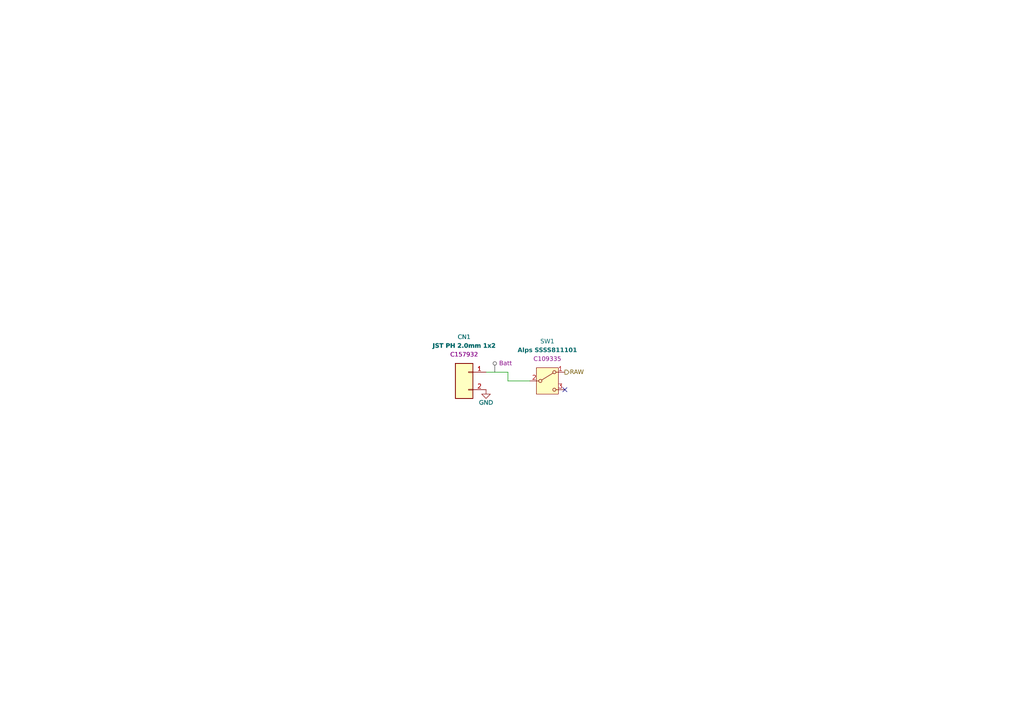
<source format=kicad_sch>
(kicad_sch
	(version 20231120)
	(generator "eeschema")
	(generator_version "8.0")
	(uuid "dec4b033-2a0c-4539-8f7e-1e350f9e43db")
	(paper "A4")
	(title_block
		(title "Artsey Ergo")
		(date "2024-12-07")
		(rev "v1.0.0")
		(company "TMShader")
		(comment 9 "Artsey Ergo")
	)
	(lib_symbols
		(symbol "Artsey_Ergo:Conn_01x02"
			(pin_names
				(offset 1.016) hide)
			(exclude_from_sim no)
			(in_bom yes)
			(on_board yes)
			(property "Reference" "CN1"
				(at 0 12.7 0)
				(effects
					(font
						(face "Lexend")
						(size 1.27 1.27)
					)
				)
			)
			(property "Value" "JST PH 2.0mm 1x2"
				(at 0 10.16 0)
				(effects
					(font
						(face "Lexend")
						(size 1.27 1.27)
						(thickness 0.254)
						(bold yes)
					)
				)
			)
			(property "Footprint" "Artsey_Ergo:battery_connector_jst_ph_2"
				(at 0 0 0)
				(effects
					(font
						(size 1.27 1.27)
					)
					(hide yes)
				)
			)
			(property "Datasheet" "~"
				(at 0 0 0)
				(effects
					(font
						(size 1.27 1.27)
					)
					(hide yes)
				)
			)
			(property "Description" "1x2P 2P PH Tin 2 -25℃~+85℃ 2A 1 2mm Brass Bend-in Push-Pull,P=2mm Wire To Board Connector ROHS "
				(at 0 0 0)
				(effects
					(font
						(size 1.27 1.27)
					)
					(hide yes)
				)
			)
			(property "LCSC" "C157932"
				(at 0 7.62 0)
				(effects
					(font
						(face "Lexend")
						(size 1.27 1.27)
					)
				)
			)
			(property "ki_keywords" "connector"
				(at 0 0 0)
				(effects
					(font
						(size 1.27 1.27)
					)
					(hide yes)
				)
			)
			(property "ki_fp_filters" "Connector*:*_1x??_*"
				(at 0 0 0)
				(effects
					(font
						(size 1.27 1.27)
					)
					(hide yes)
				)
			)
			(symbol "Conn_01x02_1_1"
				(rectangle
					(start -2.54 5.08)
					(end 2.54 -5.08)
					(stroke
						(width 0.254)
						(type default)
					)
					(fill
						(type background)
					)
				)
				(rectangle
					(start 2.54 -2.413)
					(end 1.27 -2.667)
					(stroke
						(width 0.1524)
						(type default)
					)
					(fill
						(type none)
					)
				)
				(rectangle
					(start 2.54 2.667)
					(end 1.27 2.413)
					(stroke
						(width 0.1524)
						(type default)
					)
					(fill
						(type none)
					)
				)
				(pin passive line
					(at 6.35 2.54 180)
					(length 3.81)
					(name "Pin_1"
						(effects
							(font
								(size 1.27 1.27)
							)
						)
					)
					(number "1"
						(effects
							(font
								(size 1.27 1.27)
							)
						)
					)
				)
				(pin free line
					(at 0 2.54 0)
					(length 3.81) hide
					(name ""
						(effects
							(font
								(size 1.27 1.27)
							)
						)
					)
					(number "11"
						(effects
							(font
								(size 1.27 1.27)
							)
						)
					)
				)
				(pin free line
					(at 0 -2.54 0)
					(length 3.81) hide
					(name ""
						(effects
							(font
								(size 1.27 1.27)
							)
						)
					)
					(number "12"
						(effects
							(font
								(size 1.27 1.27)
							)
						)
					)
				)
				(pin passive line
					(at 6.35 -2.54 180)
					(length 3.81)
					(name "Pin_2"
						(effects
							(font
								(size 1.27 1.27)
							)
						)
					)
					(number "2"
						(effects
							(font
								(size 1.27 1.27)
							)
						)
					)
				)
			)
		)
		(symbol "Artsey_Ergo:SW_SPDT"
			(pin_names
				(offset 0) hide)
			(exclude_from_sim no)
			(in_bom yes)
			(on_board yes)
			(property "Reference" "SW"
				(at 0 5.08 0)
				(effects
					(font
						(size 1.27 1.27)
					)
				)
			)
			(property "Value" "SW_SPDT"
				(at 0 -5.08 0)
				(effects
					(font
						(size 1.27 1.27)
					)
				)
			)
			(property "Footprint" ""
				(at 0 0 0)
				(effects
					(font
						(size 1.27 1.27)
					)
					(hide yes)
				)
			)
			(property "Datasheet" "~"
				(at 0 -7.62 0)
				(effects
					(font
						(size 1.27 1.27)
					)
					(hide yes)
				)
			)
			(property "Description" "Switch, single pole double throw"
				(at 0 0 0)
				(effects
					(font
						(size 1.27 1.27)
					)
					(hide yes)
				)
			)
			(property "ki_keywords" "switch single-pole double-throw spdt ON-ON"
				(at 0 0 0)
				(effects
					(font
						(size 1.27 1.27)
					)
					(hide yes)
				)
			)
			(symbol "SW_SPDT_0_1"
				(circle
					(center -2.032 0)
					(radius 0.4572)
					(stroke
						(width 0)
						(type default)
					)
					(fill
						(type none)
					)
				)
				(polyline
					(pts
						(xy -1.651 0.254) (xy 1.651 2.286)
					)
					(stroke
						(width 0)
						(type default)
					)
					(fill
						(type none)
					)
				)
				(circle
					(center 2.032 -2.54)
					(radius 0.4572)
					(stroke
						(width 0)
						(type default)
					)
					(fill
						(type none)
					)
				)
				(circle
					(center 2.032 2.54)
					(radius 0.4572)
					(stroke
						(width 0)
						(type default)
					)
					(fill
						(type none)
					)
				)
			)
			(symbol "SW_SPDT_1_1"
				(rectangle
					(start -3.175 3.81)
					(end 3.175 -3.81)
					(stroke
						(width 0)
						(type default)
					)
					(fill
						(type background)
					)
				)
				(pin passive line
					(at 5.08 2.54 180)
					(length 2.54)
					(name "A"
						(effects
							(font
								(size 1.27 1.27)
							)
						)
					)
					(number "1"
						(effects
							(font
								(size 1.27 1.27)
							)
						)
					)
				)
				(pin passive line
					(at -5.08 0 0)
					(length 2.54)
					(name "B"
						(effects
							(font
								(size 1.27 1.27)
							)
						)
					)
					(number "2"
						(effects
							(font
								(size 1.27 1.27)
							)
						)
					)
				)
				(pin passive line
					(at 5.08 -2.54 180)
					(length 2.54)
					(name "C"
						(effects
							(font
								(size 1.27 1.27)
							)
						)
					)
					(number "3"
						(effects
							(font
								(size 1.27 1.27)
							)
						)
					)
				)
			)
		)
		(symbol "power:GND"
			(power)
			(pin_numbers hide)
			(pin_names
				(offset 0) hide)
			(exclude_from_sim no)
			(in_bom yes)
			(on_board yes)
			(property "Reference" "#PWR"
				(at 0 -6.35 0)
				(effects
					(font
						(size 1.27 1.27)
					)
					(hide yes)
				)
			)
			(property "Value" "GND"
				(at 0 -3.81 0)
				(effects
					(font
						(size 1.27 1.27)
					)
				)
			)
			(property "Footprint" ""
				(at 0 0 0)
				(effects
					(font
						(size 1.27 1.27)
					)
					(hide yes)
				)
			)
			(property "Datasheet" ""
				(at 0 0 0)
				(effects
					(font
						(size 1.27 1.27)
					)
					(hide yes)
				)
			)
			(property "Description" "Power symbol creates a global label with name \"GND\" , ground"
				(at 0 0 0)
				(effects
					(font
						(size 1.27 1.27)
					)
					(hide yes)
				)
			)
			(property "ki_keywords" "global power"
				(at 0 0 0)
				(effects
					(font
						(size 1.27 1.27)
					)
					(hide yes)
				)
			)
			(symbol "GND_0_1"
				(polyline
					(pts
						(xy 0 0) (xy 0 -1.27) (xy 1.27 -1.27) (xy 0 -2.54) (xy -1.27 -1.27) (xy 0 -1.27)
					)
					(stroke
						(width 0)
						(type default)
					)
					(fill
						(type none)
					)
				)
			)
			(symbol "GND_1_1"
				(pin power_in line
					(at 0 0 270)
					(length 0)
					(name "~"
						(effects
							(font
								(size 1.27 1.27)
							)
						)
					)
					(number "1"
						(effects
							(font
								(size 1.27 1.27)
							)
						)
					)
				)
			)
		)
	)
	(no_connect
		(at 163.83 113.03)
		(uuid "a4fed1de-8522-4cc5-8a8b-6de135401de3")
	)
	(wire
		(pts
			(xy 153.67 110.49) (xy 147.32 110.49)
		)
		(stroke
			(width 0)
			(type default)
		)
		(uuid "29a51740-757f-4ddc-b065-fa015a564ec5")
	)
	(wire
		(pts
			(xy 147.32 110.49) (xy 147.32 107.95)
		)
		(stroke
			(width 0)
			(type default)
		)
		(uuid "52aaa29d-9fa1-4b40-b8ad-adbc3ebfca4c")
	)
	(wire
		(pts
			(xy 147.32 107.95) (xy 140.97 107.95)
		)
		(stroke
			(width 0)
			(type default)
		)
		(uuid "c08ee001-7ac3-4a7c-a7a6-a9d53101b41d")
	)
	(text "${SHEETNAME}\n"
		(exclude_from_sim no)
		(at 19.05 25.4 0)
		(effects
			(font
				(face "Lexend")
				(size 8 8)
				(thickness 1.6256)
				(bold yes)
			)
			(justify left top)
		)
		(uuid "481b596d-c6c8-4442-9f2f-45ba6eab3777")
	)
	(hierarchical_label "RAW"
		(shape output)
		(at 163.83 107.95 0)
		(fields_autoplaced yes)
		(effects
			(font
				(face "Lexend")
				(size 1.27 1.27)
			)
			(justify left)
		)
		(uuid "56438533-40dd-43a8-88b6-183b7b81eaeb")
	)
	(netclass_flag ""
		(length 2.54)
		(shape round)
		(at 143.51 107.95 0)
		(effects
			(font
				(size 1.27 1.27)
			)
			(justify left bottom)
		)
		(uuid "cc61244c-81b9-440f-9b22-f9371787aa27")
		(property "Netclass" "Batt"
			(at 144.78 105.41 0)
			(effects
				(font
					(face "Lexend")
					(size 1.27 1.27)
					(italic yes)
				)
				(justify left)
			)
		)
	)
	(symbol
		(lib_id "Artsey_Ergo:SW_SPDT")
		(at 158.75 110.49 0)
		(unit 1)
		(exclude_from_sim no)
		(in_bom yes)
		(on_board yes)
		(dnp no)
		(uuid "13a3d189-8880-4042-b6ca-2e3543d45608")
		(property "Reference" "SW1"
			(at 158.75 99.06 0)
			(effects
				(font
					(face "Lexend")
					(size 1.27 1.27)
				)
			)
		)
		(property "Value" "Alps SSSS811101"
			(at 158.75 101.6 0)
			(effects
				(font
					(face "Lexend")
					(size 1.27 1.27)
					(thickness 0.254)
					(bold yes)
				)
			)
		)
		(property "Footprint" "Artsey_Ergo:power_switch_smd_side"
			(at 158.75 110.49 0)
			(effects
				(font
					(size 1.27 1.27)
				)
				(hide yes)
			)
		)
		(property "Datasheet" "~"
			(at 158.75 118.11 0)
			(effects
				(font
					(size 1.27 1.27)
				)
				(hide yes)
			)
		)
		(property "Description" "300mA Horizontal attachment Single Pole Double Throw (SPDT) 5V 10,000 times SMD Slide Switches ROHS"
			(at 158.75 110.49 0)
			(effects
				(font
					(size 1.27 1.27)
				)
				(hide yes)
			)
		)
		(property "LCSC" "C109335"
			(at 158.75 104.14 0)
			(effects
				(font
					(face "Lexend")
					(size 1.27 1.27)
				)
			)
		)
		(pin "1"
			(uuid "dc08cdc7-476f-4767-ac5d-651de842f668")
		)
		(pin "2"
			(uuid "55272278-6e94-404b-aeb3-90a5830dad02")
		)
		(pin "3"
			(uuid "1886d87a-3a59-4b1e-8f06-884d5263cefa")
		)
		(instances
			(project ""
				(path "/b0cc1372-dd77-4c7b-80f4-446de8540008/24081743-b7db-4273-9c5a-be72845f7f51/1d3fe100-7dfe-4337-8483-091e1ba524f3"
					(reference "SW1")
					(unit 1)
				)
			)
		)
	)
	(symbol
		(lib_id "Artsey_Ergo:Conn_01x02")
		(at 134.62 110.49 0)
		(unit 1)
		(exclude_from_sim no)
		(in_bom yes)
		(on_board yes)
		(dnp no)
		(uuid "562751b0-8c05-4d51-a5a9-5343492e4cb0")
		(property "Reference" "CN1"
			(at 134.62 97.79 0)
			(effects
				(font
					(face "Lexend")
					(size 1.27 1.27)
				)
			)
		)
		(property "Value" "JST PH 2.0mm 1x2"
			(at 134.62 100.33 0)
			(effects
				(font
					(face "Lexend")
					(size 1.27 1.27)
					(thickness 0.254)
					(bold yes)
				)
			)
		)
		(property "Footprint" "Artsey_Ergo:battery_connector_jst_ph_2"
			(at 134.62 110.49 0)
			(effects
				(font
					(size 1.27 1.27)
				)
				(hide yes)
			)
		)
		(property "Datasheet" "~"
			(at 134.62 110.49 0)
			(effects
				(font
					(size 1.27 1.27)
				)
				(hide yes)
			)
		)
		(property "Description" "1x2P 2P PH Tin 2 -25℃~+85℃ 2A 1 2mm Brass Bend-in Push-Pull,P=2mm Wire To Board Connector ROHS"
			(at 134.62 110.49 0)
			(effects
				(font
					(size 1.27 1.27)
				)
				(hide yes)
			)
		)
		(property "LCSC" "C157932"
			(at 134.62 102.87 0)
			(effects
				(font
					(face "Lexend")
					(size 1.27 1.27)
				)
			)
		)
		(pin "2"
			(uuid "c897f28a-d27b-4578-81e6-94abc04871ba")
		)
		(pin "1"
			(uuid "e040c4d4-7369-4181-b4cd-276ab374ac67")
		)
		(pin "11"
			(uuid "f1ff12d4-c01c-48c6-bafb-ee5749b411df")
		)
		(pin "12"
			(uuid "0e8d1062-7ea2-4c21-bdd6-ecbba044d824")
		)
		(instances
			(project ""
				(path "/b0cc1372-dd77-4c7b-80f4-446de8540008/24081743-b7db-4273-9c5a-be72845f7f51/1d3fe100-7dfe-4337-8483-091e1ba524f3"
					(reference "CN1")
					(unit 1)
				)
			)
		)
	)
	(symbol
		(lib_id "power:GND")
		(at 140.97 113.03 0)
		(unit 1)
		(exclude_from_sim no)
		(in_bom yes)
		(on_board yes)
		(dnp no)
		(uuid "80e1daae-81bc-4a29-bb23-fd6722a5f8bf")
		(property "Reference" "#PWR01"
			(at 140.97 119.38 0)
			(effects
				(font
					(size 1.27 1.27)
				)
				(hide yes)
			)
		)
		(property "Value" "GND"
			(at 140.97 116.84 0)
			(effects
				(font
					(face "Lexend")
					(size 1.27 1.27)
				)
			)
		)
		(property "Footprint" ""
			(at 140.97 113.03 0)
			(effects
				(font
					(size 1.27 1.27)
				)
				(hide yes)
			)
		)
		(property "Datasheet" ""
			(at 140.97 113.03 0)
			(effects
				(font
					(size 1.27 1.27)
				)
				(hide yes)
			)
		)
		(property "Description" "Power symbol creates a global label with name \"GND\" , ground"
			(at 140.97 113.03 0)
			(effects
				(font
					(size 1.27 1.27)
				)
				(hide yes)
			)
		)
		(pin "1"
			(uuid "f9b7d2a7-fbeb-4b6f-8ec5-2f49f04346d6")
		)
		(instances
			(project ""
				(path "/b0cc1372-dd77-4c7b-80f4-446de8540008/24081743-b7db-4273-9c5a-be72845f7f51/1d3fe100-7dfe-4337-8483-091e1ba524f3"
					(reference "#PWR01")
					(unit 1)
				)
			)
		)
	)
)

</source>
